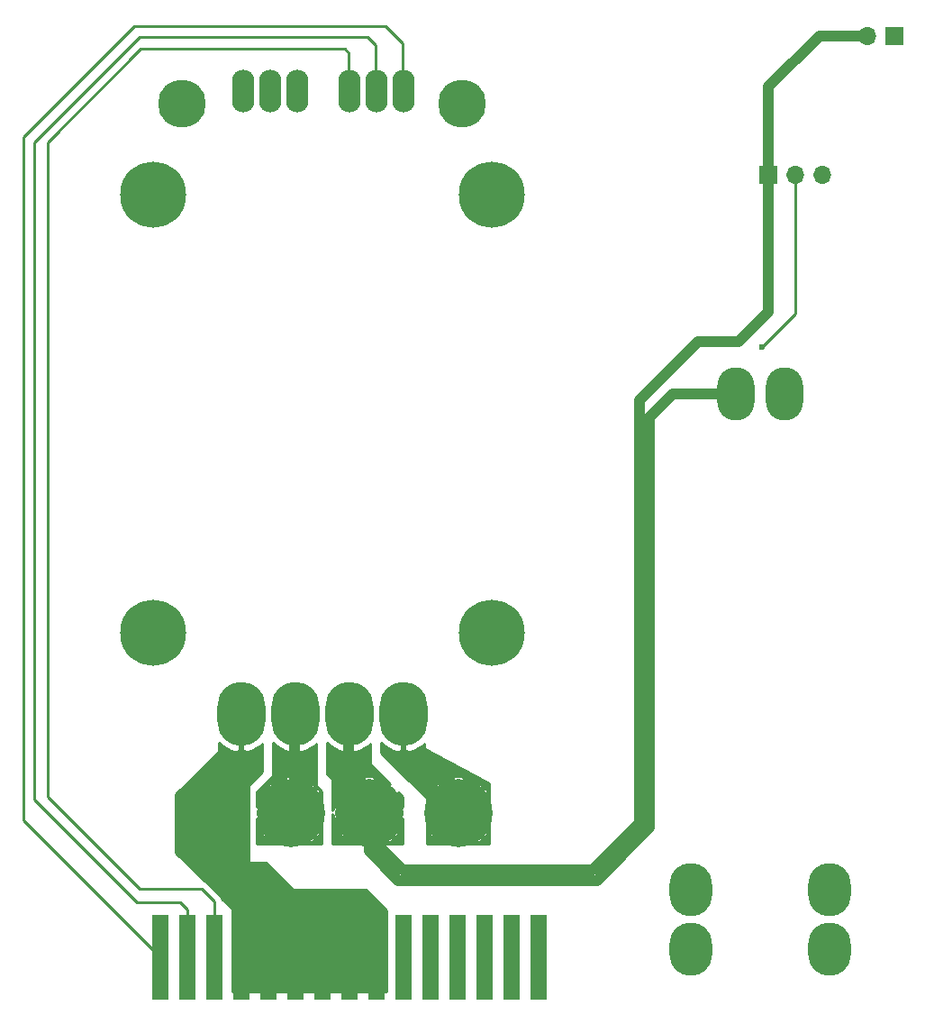
<source format=gbl>
G04 #@! TF.FileFunction,Copper,L2,Bot,Signal*
%FSLAX46Y46*%
G04 Gerber Fmt 4.6, Leading zero omitted, Abs format (unit mm)*
G04 Created by KiCad (PCBNEW 4.0.7) date 10/27/19 12:55:04*
%MOMM*%
%LPD*%
G01*
G04 APERTURE LIST*
%ADD10C,0.100000*%
%ADD11O,4.000000X5.000000*%
%ADD12O,3.500000X5.000000*%
%ADD13R,1.700000X1.700000*%
%ADD14O,1.700000X1.700000*%
%ADD15R,1.500000X8.000000*%
%ADD16C,6.400000*%
%ADD17C,0.800000*%
%ADD18O,2.100000X4.000000*%
%ADD19C,6.200000*%
%ADD20O,4.500000X6.000000*%
%ADD21C,4.500000*%
%ADD22C,0.600000*%
%ADD23C,0.250000*%
%ADD24C,1.000000*%
%ADD25C,0.254000*%
G04 APERTURE END LIST*
D10*
D11*
X217855800Y-110464600D03*
X204851000Y-110464600D03*
D12*
X213639400Y-58293000D03*
X209067400Y-58293000D03*
D11*
X204851000Y-104927400D03*
X217855800Y-104927400D03*
D13*
X212140800Y-37744400D03*
D14*
X214680800Y-37744400D03*
X217220800Y-37744400D03*
D15*
X188010800Y-111226600D03*
X190550800Y-111226600D03*
X185470800Y-111226600D03*
X182930800Y-111226600D03*
X177850800Y-111226600D03*
X180390800Y-111226600D03*
X170230800Y-111226600D03*
X172770800Y-111226600D03*
X175310800Y-111226600D03*
X167690800Y-111226600D03*
X165150800Y-111226600D03*
X154990800Y-111226600D03*
X157530800Y-111226600D03*
X160070800Y-111226600D03*
X162610800Y-111226600D03*
D13*
X223951800Y-24688800D03*
D14*
X221411800Y-24688800D03*
D16*
X183007000Y-97663000D03*
D17*
X185407000Y-97663000D03*
X184704056Y-99360056D03*
X183007000Y-100063000D03*
X181309944Y-99360056D03*
X180607000Y-97663000D03*
X181309944Y-95965944D03*
X183007000Y-95263000D03*
X184704056Y-95965944D03*
D16*
X167259000Y-97663000D03*
D17*
X169659000Y-97663000D03*
X168956056Y-99360056D03*
X167259000Y-100063000D03*
X165561944Y-99360056D03*
X164859000Y-97663000D03*
X165561944Y-95965944D03*
X167259000Y-95263000D03*
X168956056Y-95965944D03*
D16*
X174625000Y-97663000D03*
D17*
X177025000Y-97663000D03*
X176322056Y-99360056D03*
X174625000Y-100063000D03*
X172927944Y-99360056D03*
X172225000Y-97663000D03*
X172927944Y-95965944D03*
X174625000Y-95263000D03*
X176322056Y-95965944D03*
D18*
X167817800Y-29921200D03*
X165277800Y-29921200D03*
X162737800Y-29921200D03*
D19*
X154305000Y-80772000D03*
X186105800Y-80772000D03*
X186105800Y-39624000D03*
X154305000Y-39624000D03*
D20*
X162585400Y-88366600D03*
X167665400Y-88366600D03*
X172745400Y-88366600D03*
X177825400Y-88366600D03*
D21*
X183362600Y-31038800D03*
X156997400Y-31038800D03*
D18*
X172745400Y-29921200D03*
X175285400Y-29921200D03*
X177825400Y-29921200D03*
D22*
X211505800Y-53949600D03*
D23*
X214680800Y-50774600D02*
X214680800Y-37744400D01*
X211505800Y-53949600D02*
X214680800Y-50774600D01*
X175310800Y-111226600D02*
X172770800Y-111226600D01*
X170230800Y-111226600D02*
X172770800Y-111226600D01*
X167690800Y-111226600D02*
X170230800Y-111226600D01*
X165150800Y-111226600D02*
X167690800Y-111226600D01*
X162610800Y-111226600D02*
X165150800Y-111226600D01*
X162560000Y-88341200D02*
X162560000Y-111175800D01*
X162560000Y-111175800D02*
X162610800Y-111226600D01*
D24*
X221411800Y-24688800D02*
X216941400Y-24688800D01*
X212140800Y-29489400D02*
X212140800Y-37744400D01*
X216941400Y-24688800D02*
X212140800Y-29489400D01*
X174625000Y-97663000D02*
X174625000Y-101269800D01*
X200964800Y-60528200D02*
X201803000Y-59690000D01*
X200964800Y-99060000D02*
X200964800Y-60528200D01*
X196011800Y-104013000D02*
X200964800Y-99060000D01*
X177368200Y-104013000D02*
X196011800Y-104013000D01*
X174625000Y-101269800D02*
X177368200Y-104013000D01*
X209067400Y-58293000D02*
X203200000Y-58293000D01*
X203200000Y-58293000D02*
X201803000Y-59690000D01*
X201803000Y-59690000D02*
X200025000Y-61468000D01*
X174625000Y-97663000D02*
X174625000Y-99898200D01*
X174625000Y-99898200D02*
X177774600Y-103047800D01*
X212140800Y-50647600D02*
X212140800Y-37744400D01*
X209372200Y-53416200D02*
X212140800Y-50647600D01*
X205562200Y-53416200D02*
X209372200Y-53416200D01*
X200025000Y-58953400D02*
X205562200Y-53416200D01*
X200025000Y-98653600D02*
X200025000Y-61468000D01*
X200025000Y-61468000D02*
X200025000Y-58953400D01*
X195630800Y-103047800D02*
X200025000Y-98653600D01*
X177774600Y-103047800D02*
X195630800Y-103047800D01*
X172720000Y-88341200D02*
X172720000Y-95758000D01*
X172720000Y-95758000D02*
X174625000Y-97663000D01*
X174625000Y-97663000D02*
X174625000Y-99314000D01*
X167640000Y-88341200D02*
X167640000Y-97282000D01*
X167640000Y-97282000D02*
X167259000Y-97663000D01*
D23*
X142113000Y-85725000D02*
X142113000Y-98348800D01*
X142113000Y-98348800D02*
X154990800Y-111226600D01*
X177800000Y-29895800D02*
X177800000Y-25400000D01*
X142113000Y-34163000D02*
X142113000Y-85725000D01*
X152527000Y-23749000D02*
X142113000Y-34163000D01*
X176149000Y-23749000D02*
X152527000Y-23749000D01*
X177800000Y-25400000D02*
X176149000Y-23749000D01*
X143129000Y-84709000D02*
X143129000Y-96393000D01*
X157530800Y-106730800D02*
X157530800Y-111226600D01*
X156845000Y-106045000D02*
X157530800Y-106730800D01*
X152781000Y-106045000D02*
X156845000Y-106045000D01*
X143129000Y-96393000D02*
X152781000Y-106045000D01*
X175260000Y-29895800D02*
X175260000Y-25527000D01*
X143129000Y-34671000D02*
X143129000Y-84709000D01*
X153035000Y-24765000D02*
X143129000Y-34671000D01*
X174498000Y-24765000D02*
X153035000Y-24765000D01*
X175260000Y-25527000D02*
X174498000Y-24765000D01*
X144399000Y-83947000D02*
X144399000Y-96139000D01*
X160070800Y-105968800D02*
X160070800Y-111226600D01*
X158877000Y-104775000D02*
X160070800Y-105968800D01*
X153035000Y-104775000D02*
X158877000Y-104775000D01*
X144399000Y-96139000D02*
X153035000Y-104775000D01*
X172720000Y-29895800D02*
X172720000Y-26289000D01*
X144399000Y-34671000D02*
X144399000Y-83947000D01*
X153162000Y-25908000D02*
X144399000Y-34671000D01*
X172339000Y-25908000D02*
X153162000Y-25908000D01*
X172720000Y-26289000D02*
X172339000Y-25908000D01*
D25*
G36*
X177952400Y-88239600D02*
X177972400Y-88239600D01*
X177972400Y-88493600D01*
X177952400Y-88493600D01*
X177952400Y-91839890D01*
X178401712Y-91943451D01*
X178812110Y-91830593D01*
X179775601Y-91246405D01*
X179832000Y-91169544D01*
X179832000Y-91567000D01*
X179842006Y-91616410D01*
X179870447Y-91658035D01*
X179898512Y-91678670D01*
X185928000Y-94944643D01*
X185928000Y-96806912D01*
X185920023Y-96740820D01*
X185534471Y-96616751D01*
X185421409Y-96503689D01*
X185626236Y-96478967D01*
X185752365Y-96087013D01*
X185718898Y-95676626D01*
X185626236Y-95452921D01*
X185421406Y-95428199D01*
X184883661Y-95965944D01*
X184897804Y-95980087D01*
X184718199Y-96159692D01*
X184704056Y-96145549D01*
X184166311Y-96683294D01*
X184191033Y-96888124D01*
X184576585Y-97012193D01*
X184689647Y-97125255D01*
X184484820Y-97149977D01*
X184358691Y-97541931D01*
X184392158Y-97952318D01*
X184484820Y-98176023D01*
X184689647Y-98200745D01*
X184572762Y-98317630D01*
X184586351Y-98331219D01*
X184414738Y-98345214D01*
X184191033Y-98437876D01*
X184166311Y-98642706D01*
X184704056Y-99180451D01*
X184718199Y-99166309D01*
X184897804Y-99345914D01*
X184883661Y-99360056D01*
X185421406Y-99897801D01*
X185626236Y-99873079D01*
X185752365Y-99481125D01*
X185718898Y-99070738D01*
X185626236Y-98847033D01*
X185421409Y-98822311D01*
X185538294Y-98705426D01*
X185524705Y-98691837D01*
X185696318Y-98677842D01*
X185920023Y-98585180D01*
X185928000Y-98519088D01*
X185928000Y-100584000D01*
X183863088Y-100584000D01*
X183929180Y-100576023D01*
X184053249Y-100190471D01*
X184166311Y-100077409D01*
X184191033Y-100282236D01*
X184582987Y-100408365D01*
X184993374Y-100374898D01*
X185217079Y-100282236D01*
X185241801Y-100077406D01*
X184704056Y-99539661D01*
X184689914Y-99553804D01*
X184510309Y-99374199D01*
X184524451Y-99360056D01*
X183986706Y-98822311D01*
X183781876Y-98847033D01*
X183657807Y-99232585D01*
X183544745Y-99345647D01*
X183520023Y-99140820D01*
X183128069Y-99014691D01*
X182717682Y-99048158D01*
X182493977Y-99140820D01*
X182469255Y-99345647D01*
X182352370Y-99228762D01*
X182338781Y-99242351D01*
X182324786Y-99070738D01*
X182232124Y-98847033D01*
X182027294Y-98822311D01*
X181489549Y-99360056D01*
X181503692Y-99374199D01*
X181324087Y-99553804D01*
X181309944Y-99539661D01*
X180772199Y-100077406D01*
X180796921Y-100282236D01*
X181188875Y-100408365D01*
X181599262Y-100374898D01*
X181822967Y-100282236D01*
X181847689Y-100077409D01*
X181964574Y-100194294D01*
X181978163Y-100180705D01*
X181992158Y-100352318D01*
X182084820Y-100576023D01*
X182150912Y-100584000D01*
X180086000Y-100584000D01*
X180086000Y-98519088D01*
X180093977Y-98585180D01*
X180479529Y-98709249D01*
X180592591Y-98822311D01*
X180387764Y-98847033D01*
X180261635Y-99238987D01*
X180295102Y-99649374D01*
X180387764Y-99873079D01*
X180592594Y-99897801D01*
X181130339Y-99360056D01*
X181116197Y-99345914D01*
X181295802Y-99166309D01*
X181309944Y-99180451D01*
X181847689Y-98642706D01*
X181822967Y-98437876D01*
X181437415Y-98313807D01*
X181324353Y-98200745D01*
X181529180Y-98176023D01*
X181655309Y-97784069D01*
X181621842Y-97373682D01*
X181529180Y-97149977D01*
X181324353Y-97125255D01*
X181441238Y-97008370D01*
X181427649Y-96994781D01*
X181599262Y-96980786D01*
X181822967Y-96888124D01*
X181847689Y-96683294D01*
X181309944Y-96145549D01*
X181295802Y-96159692D01*
X181116197Y-95980087D01*
X181130339Y-95965944D01*
X180592594Y-95428199D01*
X180387764Y-95452921D01*
X180261635Y-95844875D01*
X180295102Y-96255262D01*
X180387764Y-96478967D01*
X180592591Y-96503689D01*
X180475706Y-96620574D01*
X180489295Y-96634163D01*
X180317682Y-96648158D01*
X180093977Y-96740820D01*
X180086000Y-96806912D01*
X180086000Y-96393000D01*
X180075994Y-96343590D01*
X180048803Y-96303197D01*
X178994200Y-95248594D01*
X180772199Y-95248594D01*
X181309944Y-95786339D01*
X181324087Y-95772197D01*
X181503692Y-95951802D01*
X181489549Y-95965944D01*
X182027294Y-96503689D01*
X182232124Y-96478967D01*
X182356193Y-96093415D01*
X182469255Y-95980353D01*
X182493977Y-96185180D01*
X182885931Y-96311309D01*
X183296318Y-96277842D01*
X183520023Y-96185180D01*
X183544745Y-95980353D01*
X183661630Y-96097238D01*
X183675219Y-96083649D01*
X183689214Y-96255262D01*
X183781876Y-96478967D01*
X183986706Y-96503689D01*
X184524451Y-95965944D01*
X184510309Y-95951802D01*
X184689914Y-95772197D01*
X184704056Y-95786339D01*
X185241801Y-95248594D01*
X185217079Y-95043764D01*
X184825125Y-94917635D01*
X184414738Y-94951102D01*
X184191033Y-95043764D01*
X184166311Y-95248591D01*
X184049426Y-95131706D01*
X184035837Y-95145295D01*
X184021842Y-94973682D01*
X183929180Y-94749977D01*
X183724350Y-94725255D01*
X183186605Y-95263000D01*
X183200748Y-95277143D01*
X183021143Y-95456748D01*
X183007000Y-95442605D01*
X182992858Y-95456748D01*
X182813253Y-95277143D01*
X182827395Y-95263000D01*
X182289650Y-94725255D01*
X182084820Y-94749977D01*
X181960751Y-95135529D01*
X181847689Y-95248591D01*
X181822967Y-95043764D01*
X181431013Y-94917635D01*
X181020626Y-94951102D01*
X180796921Y-95043764D01*
X180772199Y-95248594D01*
X178994200Y-95248594D01*
X178291256Y-94545650D01*
X182469255Y-94545650D01*
X183007000Y-95083395D01*
X183544745Y-94545650D01*
X183520023Y-94340820D01*
X183128069Y-94214691D01*
X182717682Y-94248158D01*
X182493977Y-94340820D01*
X182469255Y-94545650D01*
X178291256Y-94545650D01*
X175768000Y-92022394D01*
X175768000Y-91100314D01*
X175875199Y-91246405D01*
X176838690Y-91830593D01*
X177249088Y-91943451D01*
X177698400Y-91839890D01*
X177698400Y-88493600D01*
X177678400Y-88493600D01*
X177678400Y-88239600D01*
X177698400Y-88239600D01*
X177698400Y-88219600D01*
X177952400Y-88219600D01*
X177952400Y-88239600D01*
X177952400Y-88239600D01*
G37*
X177952400Y-88239600D02*
X177972400Y-88239600D01*
X177972400Y-88493600D01*
X177952400Y-88493600D01*
X177952400Y-91839890D01*
X178401712Y-91943451D01*
X178812110Y-91830593D01*
X179775601Y-91246405D01*
X179832000Y-91169544D01*
X179832000Y-91567000D01*
X179842006Y-91616410D01*
X179870447Y-91658035D01*
X179898512Y-91678670D01*
X185928000Y-94944643D01*
X185928000Y-96806912D01*
X185920023Y-96740820D01*
X185534471Y-96616751D01*
X185421409Y-96503689D01*
X185626236Y-96478967D01*
X185752365Y-96087013D01*
X185718898Y-95676626D01*
X185626236Y-95452921D01*
X185421406Y-95428199D01*
X184883661Y-95965944D01*
X184897804Y-95980087D01*
X184718199Y-96159692D01*
X184704056Y-96145549D01*
X184166311Y-96683294D01*
X184191033Y-96888124D01*
X184576585Y-97012193D01*
X184689647Y-97125255D01*
X184484820Y-97149977D01*
X184358691Y-97541931D01*
X184392158Y-97952318D01*
X184484820Y-98176023D01*
X184689647Y-98200745D01*
X184572762Y-98317630D01*
X184586351Y-98331219D01*
X184414738Y-98345214D01*
X184191033Y-98437876D01*
X184166311Y-98642706D01*
X184704056Y-99180451D01*
X184718199Y-99166309D01*
X184897804Y-99345914D01*
X184883661Y-99360056D01*
X185421406Y-99897801D01*
X185626236Y-99873079D01*
X185752365Y-99481125D01*
X185718898Y-99070738D01*
X185626236Y-98847033D01*
X185421409Y-98822311D01*
X185538294Y-98705426D01*
X185524705Y-98691837D01*
X185696318Y-98677842D01*
X185920023Y-98585180D01*
X185928000Y-98519088D01*
X185928000Y-100584000D01*
X183863088Y-100584000D01*
X183929180Y-100576023D01*
X184053249Y-100190471D01*
X184166311Y-100077409D01*
X184191033Y-100282236D01*
X184582987Y-100408365D01*
X184993374Y-100374898D01*
X185217079Y-100282236D01*
X185241801Y-100077406D01*
X184704056Y-99539661D01*
X184689914Y-99553804D01*
X184510309Y-99374199D01*
X184524451Y-99360056D01*
X183986706Y-98822311D01*
X183781876Y-98847033D01*
X183657807Y-99232585D01*
X183544745Y-99345647D01*
X183520023Y-99140820D01*
X183128069Y-99014691D01*
X182717682Y-99048158D01*
X182493977Y-99140820D01*
X182469255Y-99345647D01*
X182352370Y-99228762D01*
X182338781Y-99242351D01*
X182324786Y-99070738D01*
X182232124Y-98847033D01*
X182027294Y-98822311D01*
X181489549Y-99360056D01*
X181503692Y-99374199D01*
X181324087Y-99553804D01*
X181309944Y-99539661D01*
X180772199Y-100077406D01*
X180796921Y-100282236D01*
X181188875Y-100408365D01*
X181599262Y-100374898D01*
X181822967Y-100282236D01*
X181847689Y-100077409D01*
X181964574Y-100194294D01*
X181978163Y-100180705D01*
X181992158Y-100352318D01*
X182084820Y-100576023D01*
X182150912Y-100584000D01*
X180086000Y-100584000D01*
X180086000Y-98519088D01*
X180093977Y-98585180D01*
X180479529Y-98709249D01*
X180592591Y-98822311D01*
X180387764Y-98847033D01*
X180261635Y-99238987D01*
X180295102Y-99649374D01*
X180387764Y-99873079D01*
X180592594Y-99897801D01*
X181130339Y-99360056D01*
X181116197Y-99345914D01*
X181295802Y-99166309D01*
X181309944Y-99180451D01*
X181847689Y-98642706D01*
X181822967Y-98437876D01*
X181437415Y-98313807D01*
X181324353Y-98200745D01*
X181529180Y-98176023D01*
X181655309Y-97784069D01*
X181621842Y-97373682D01*
X181529180Y-97149977D01*
X181324353Y-97125255D01*
X181441238Y-97008370D01*
X181427649Y-96994781D01*
X181599262Y-96980786D01*
X181822967Y-96888124D01*
X181847689Y-96683294D01*
X181309944Y-96145549D01*
X181295802Y-96159692D01*
X181116197Y-95980087D01*
X181130339Y-95965944D01*
X180592594Y-95428199D01*
X180387764Y-95452921D01*
X180261635Y-95844875D01*
X180295102Y-96255262D01*
X180387764Y-96478967D01*
X180592591Y-96503689D01*
X180475706Y-96620574D01*
X180489295Y-96634163D01*
X180317682Y-96648158D01*
X180093977Y-96740820D01*
X180086000Y-96806912D01*
X180086000Y-96393000D01*
X180075994Y-96343590D01*
X180048803Y-96303197D01*
X178994200Y-95248594D01*
X180772199Y-95248594D01*
X181309944Y-95786339D01*
X181324087Y-95772197D01*
X181503692Y-95951802D01*
X181489549Y-95965944D01*
X182027294Y-96503689D01*
X182232124Y-96478967D01*
X182356193Y-96093415D01*
X182469255Y-95980353D01*
X182493977Y-96185180D01*
X182885931Y-96311309D01*
X183296318Y-96277842D01*
X183520023Y-96185180D01*
X183544745Y-95980353D01*
X183661630Y-96097238D01*
X183675219Y-96083649D01*
X183689214Y-96255262D01*
X183781876Y-96478967D01*
X183986706Y-96503689D01*
X184524451Y-95965944D01*
X184510309Y-95951802D01*
X184689914Y-95772197D01*
X184704056Y-95786339D01*
X185241801Y-95248594D01*
X185217079Y-95043764D01*
X184825125Y-94917635D01*
X184414738Y-94951102D01*
X184191033Y-95043764D01*
X184166311Y-95248591D01*
X184049426Y-95131706D01*
X184035837Y-95145295D01*
X184021842Y-94973682D01*
X183929180Y-94749977D01*
X183724350Y-94725255D01*
X183186605Y-95263000D01*
X183200748Y-95277143D01*
X183021143Y-95456748D01*
X183007000Y-95442605D01*
X182992858Y-95456748D01*
X182813253Y-95277143D01*
X182827395Y-95263000D01*
X182289650Y-94725255D01*
X182084820Y-94749977D01*
X181960751Y-95135529D01*
X181847689Y-95248591D01*
X181822967Y-95043764D01*
X181431013Y-94917635D01*
X181020626Y-94951102D01*
X180796921Y-95043764D01*
X180772199Y-95248594D01*
X178994200Y-95248594D01*
X178291256Y-94545650D01*
X182469255Y-94545650D01*
X183007000Y-95083395D01*
X183544745Y-94545650D01*
X183520023Y-94340820D01*
X183128069Y-94214691D01*
X182717682Y-94248158D01*
X182493977Y-94340820D01*
X182469255Y-94545650D01*
X178291256Y-94545650D01*
X175768000Y-92022394D01*
X175768000Y-91100314D01*
X175875199Y-91246405D01*
X176838690Y-91830593D01*
X177249088Y-91943451D01*
X177698400Y-91839890D01*
X177698400Y-88493600D01*
X177678400Y-88493600D01*
X177678400Y-88239600D01*
X177698400Y-88239600D01*
X177698400Y-88219600D01*
X177952400Y-88219600D01*
X177952400Y-88239600D01*
G36*
X183200748Y-100048858D02*
X183186605Y-100063000D01*
X183200748Y-100077143D01*
X183021143Y-100256748D01*
X183007000Y-100242605D01*
X182992858Y-100256748D01*
X182813253Y-100077143D01*
X182827395Y-100063000D01*
X182813253Y-100048858D01*
X182992858Y-99869253D01*
X183007000Y-99883395D01*
X183021143Y-99869253D01*
X183200748Y-100048858D01*
X183200748Y-100048858D01*
G37*
X183200748Y-100048858D02*
X183186605Y-100063000D01*
X183200748Y-100077143D01*
X183021143Y-100256748D01*
X183007000Y-100242605D01*
X182992858Y-100256748D01*
X182813253Y-100077143D01*
X182827395Y-100063000D01*
X182813253Y-100048858D01*
X182992858Y-99869253D01*
X183007000Y-99883395D01*
X183021143Y-99869253D01*
X183200748Y-100048858D01*
G36*
X185600748Y-97648858D02*
X185586605Y-97663000D01*
X185600748Y-97677143D01*
X185421143Y-97856748D01*
X185407000Y-97842605D01*
X185392858Y-97856748D01*
X185213253Y-97677143D01*
X185227395Y-97663000D01*
X185213253Y-97648858D01*
X185392858Y-97469253D01*
X185407000Y-97483395D01*
X185421143Y-97469253D01*
X185600748Y-97648858D01*
X185600748Y-97648858D01*
G37*
X185600748Y-97648858D02*
X185586605Y-97663000D01*
X185600748Y-97677143D01*
X185421143Y-97856748D01*
X185407000Y-97842605D01*
X185392858Y-97856748D01*
X185213253Y-97677143D01*
X185227395Y-97663000D01*
X185213253Y-97648858D01*
X185392858Y-97469253D01*
X185407000Y-97483395D01*
X185421143Y-97469253D01*
X185600748Y-97648858D01*
G36*
X180800748Y-97648858D02*
X180786605Y-97663000D01*
X180800748Y-97677143D01*
X180621143Y-97856748D01*
X180607000Y-97842605D01*
X180592858Y-97856748D01*
X180413253Y-97677143D01*
X180427395Y-97663000D01*
X180413253Y-97648858D01*
X180592858Y-97469253D01*
X180607000Y-97483395D01*
X180621143Y-97469253D01*
X180800748Y-97648858D01*
X180800748Y-97648858D01*
G37*
X180800748Y-97648858D02*
X180786605Y-97663000D01*
X180800748Y-97677143D01*
X180621143Y-97856748D01*
X180607000Y-97842605D01*
X180592858Y-97856748D01*
X180413253Y-97677143D01*
X180427395Y-97663000D01*
X180413253Y-97648858D01*
X180592858Y-97469253D01*
X180607000Y-97483395D01*
X180621143Y-97469253D01*
X180800748Y-97648858D01*
G36*
X172872400Y-88239600D02*
X172892400Y-88239600D01*
X172892400Y-88493600D01*
X172872400Y-88493600D01*
X172872400Y-91839890D01*
X173321712Y-91943451D01*
X173732110Y-91830593D01*
X174695601Y-91246405D01*
X174752000Y-91169544D01*
X174752000Y-93091000D01*
X174762006Y-93140410D01*
X174789197Y-93180803D01*
X176565365Y-94956971D01*
X176443125Y-94917635D01*
X176032738Y-94951102D01*
X175809033Y-95043764D01*
X175784311Y-95248591D01*
X175667426Y-95131706D01*
X175653837Y-95145295D01*
X175639842Y-94973682D01*
X175547180Y-94749977D01*
X175342350Y-94725255D01*
X174804605Y-95263000D01*
X174818748Y-95277143D01*
X174639143Y-95456748D01*
X174625000Y-95442605D01*
X174610858Y-95456748D01*
X174431253Y-95277143D01*
X174445395Y-95263000D01*
X173907650Y-94725255D01*
X173702820Y-94749977D01*
X173578751Y-95135529D01*
X173465689Y-95248591D01*
X173440967Y-95043764D01*
X173049013Y-94917635D01*
X172638626Y-94951102D01*
X172414921Y-95043764D01*
X172390199Y-95248594D01*
X172927944Y-95786339D01*
X172942087Y-95772197D01*
X173121692Y-95951802D01*
X173107549Y-95965944D01*
X173645294Y-96503689D01*
X173850124Y-96478967D01*
X173974193Y-96093415D01*
X174087255Y-95980353D01*
X174111977Y-96185180D01*
X174503931Y-96311309D01*
X174914318Y-96277842D01*
X175138023Y-96185180D01*
X175162745Y-95980353D01*
X175279630Y-96097238D01*
X175293219Y-96083649D01*
X175307214Y-96255262D01*
X175399876Y-96478967D01*
X175604706Y-96503689D01*
X176142451Y-95965944D01*
X176128309Y-95951802D01*
X176307914Y-95772197D01*
X176322056Y-95786339D01*
X176336199Y-95772197D01*
X176515804Y-95951802D01*
X176501661Y-95965944D01*
X176515804Y-95980087D01*
X176336199Y-96159692D01*
X176322056Y-96145549D01*
X175784311Y-96683294D01*
X175809033Y-96888124D01*
X176194585Y-97012193D01*
X176307647Y-97125255D01*
X176102820Y-97149977D01*
X175976691Y-97541931D01*
X176010158Y-97952318D01*
X176102820Y-98176023D01*
X176307647Y-98200745D01*
X176190762Y-98317630D01*
X176204351Y-98331219D01*
X176032738Y-98345214D01*
X175809033Y-98437876D01*
X175784311Y-98642706D01*
X176322056Y-99180451D01*
X176336199Y-99166309D01*
X176515804Y-99345914D01*
X176501661Y-99360056D01*
X177039406Y-99897801D01*
X177244236Y-99873079D01*
X177370365Y-99481125D01*
X177336898Y-99070738D01*
X177244236Y-98847033D01*
X177039409Y-98822311D01*
X177156294Y-98705426D01*
X177142705Y-98691837D01*
X177314318Y-98677842D01*
X177538023Y-98585180D01*
X177562745Y-98380350D01*
X177025000Y-97842605D01*
X177010858Y-97856748D01*
X176831253Y-97677143D01*
X176845395Y-97663000D01*
X176831253Y-97648858D01*
X177010858Y-97469253D01*
X177025000Y-97483395D01*
X177562745Y-96945650D01*
X177538023Y-96740820D01*
X177152471Y-96616751D01*
X177039409Y-96503689D01*
X177244236Y-96478967D01*
X177370365Y-96087013D01*
X177341504Y-95733110D01*
X177800000Y-96191606D01*
X177800000Y-97132213D01*
X177742350Y-97125255D01*
X177204605Y-97663000D01*
X177742350Y-98200745D01*
X177800000Y-98193787D01*
X177800000Y-100584000D01*
X175481088Y-100584000D01*
X175547180Y-100576023D01*
X175671249Y-100190471D01*
X175784311Y-100077409D01*
X175809033Y-100282236D01*
X176200987Y-100408365D01*
X176611374Y-100374898D01*
X176835079Y-100282236D01*
X176859801Y-100077406D01*
X176322056Y-99539661D01*
X176307914Y-99553804D01*
X176128309Y-99374199D01*
X176142451Y-99360056D01*
X175604706Y-98822311D01*
X175399876Y-98847033D01*
X175275807Y-99232585D01*
X175162745Y-99345647D01*
X175138023Y-99140820D01*
X174746069Y-99014691D01*
X174335682Y-99048158D01*
X174111977Y-99140820D01*
X174087255Y-99345647D01*
X173970370Y-99228762D01*
X173956781Y-99242351D01*
X173942786Y-99070738D01*
X173850124Y-98847033D01*
X173645294Y-98822311D01*
X173107549Y-99360056D01*
X173121692Y-99374199D01*
X172942087Y-99553804D01*
X172927944Y-99539661D01*
X172390199Y-100077406D01*
X172414921Y-100282236D01*
X172806875Y-100408365D01*
X173217262Y-100374898D01*
X173440967Y-100282236D01*
X173465689Y-100077409D01*
X173582574Y-100194294D01*
X173596163Y-100180705D01*
X173610158Y-100352318D01*
X173702820Y-100576023D01*
X173768912Y-100584000D01*
X171196000Y-100584000D01*
X171196000Y-97778706D01*
X171210158Y-97952318D01*
X171302820Y-98176023D01*
X171507650Y-98200745D01*
X172045395Y-97663000D01*
X171507650Y-97125255D01*
X171302820Y-97149977D01*
X171196000Y-97481927D01*
X171196000Y-96945650D01*
X171687255Y-96945650D01*
X172225000Y-97483395D01*
X172239143Y-97469253D01*
X172418748Y-97648858D01*
X172404605Y-97663000D01*
X172418748Y-97677143D01*
X172239143Y-97856748D01*
X172225000Y-97842605D01*
X171687255Y-98380350D01*
X171711977Y-98585180D01*
X172097529Y-98709249D01*
X172210591Y-98822311D01*
X172005764Y-98847033D01*
X171879635Y-99238987D01*
X171913102Y-99649374D01*
X172005764Y-99873079D01*
X172210594Y-99897801D01*
X172748339Y-99360056D01*
X172734197Y-99345914D01*
X172913802Y-99166309D01*
X172927944Y-99180451D01*
X173465689Y-98642706D01*
X173440967Y-98437876D01*
X173055415Y-98313807D01*
X172942353Y-98200745D01*
X173147180Y-98176023D01*
X173273309Y-97784069D01*
X173239842Y-97373682D01*
X173147180Y-97149977D01*
X172942353Y-97125255D01*
X173059238Y-97008370D01*
X173045649Y-96994781D01*
X173217262Y-96980786D01*
X173440967Y-96888124D01*
X173465689Y-96683294D01*
X172927944Y-96145549D01*
X172913802Y-96159692D01*
X172734197Y-95980087D01*
X172748339Y-95965944D01*
X172210594Y-95428199D01*
X172005764Y-95452921D01*
X171879635Y-95844875D01*
X171913102Y-96255262D01*
X172005764Y-96478967D01*
X172210591Y-96503689D01*
X172093706Y-96620574D01*
X172107295Y-96634163D01*
X171935682Y-96648158D01*
X171711977Y-96740820D01*
X171687255Y-96945650D01*
X171196000Y-96945650D01*
X171196000Y-94615000D01*
X171185994Y-94565590D01*
X171172572Y-94545650D01*
X174087255Y-94545650D01*
X174625000Y-95083395D01*
X175162745Y-94545650D01*
X175138023Y-94340820D01*
X174746069Y-94214691D01*
X174335682Y-94248158D01*
X174111977Y-94340820D01*
X174087255Y-94545650D01*
X171172572Y-94545650D01*
X171158803Y-94525197D01*
X170688000Y-94054394D01*
X170688000Y-91100314D01*
X170795199Y-91246405D01*
X171758690Y-91830593D01*
X172169088Y-91943451D01*
X172618400Y-91839890D01*
X172618400Y-88493600D01*
X172598400Y-88493600D01*
X172598400Y-88239600D01*
X172618400Y-88239600D01*
X172618400Y-88219600D01*
X172872400Y-88219600D01*
X172872400Y-88239600D01*
X172872400Y-88239600D01*
G37*
X172872400Y-88239600D02*
X172892400Y-88239600D01*
X172892400Y-88493600D01*
X172872400Y-88493600D01*
X172872400Y-91839890D01*
X173321712Y-91943451D01*
X173732110Y-91830593D01*
X174695601Y-91246405D01*
X174752000Y-91169544D01*
X174752000Y-93091000D01*
X174762006Y-93140410D01*
X174789197Y-93180803D01*
X176565365Y-94956971D01*
X176443125Y-94917635D01*
X176032738Y-94951102D01*
X175809033Y-95043764D01*
X175784311Y-95248591D01*
X175667426Y-95131706D01*
X175653837Y-95145295D01*
X175639842Y-94973682D01*
X175547180Y-94749977D01*
X175342350Y-94725255D01*
X174804605Y-95263000D01*
X174818748Y-95277143D01*
X174639143Y-95456748D01*
X174625000Y-95442605D01*
X174610858Y-95456748D01*
X174431253Y-95277143D01*
X174445395Y-95263000D01*
X173907650Y-94725255D01*
X173702820Y-94749977D01*
X173578751Y-95135529D01*
X173465689Y-95248591D01*
X173440967Y-95043764D01*
X173049013Y-94917635D01*
X172638626Y-94951102D01*
X172414921Y-95043764D01*
X172390199Y-95248594D01*
X172927944Y-95786339D01*
X172942087Y-95772197D01*
X173121692Y-95951802D01*
X173107549Y-95965944D01*
X173645294Y-96503689D01*
X173850124Y-96478967D01*
X173974193Y-96093415D01*
X174087255Y-95980353D01*
X174111977Y-96185180D01*
X174503931Y-96311309D01*
X174914318Y-96277842D01*
X175138023Y-96185180D01*
X175162745Y-95980353D01*
X175279630Y-96097238D01*
X175293219Y-96083649D01*
X175307214Y-96255262D01*
X175399876Y-96478967D01*
X175604706Y-96503689D01*
X176142451Y-95965944D01*
X176128309Y-95951802D01*
X176307914Y-95772197D01*
X176322056Y-95786339D01*
X176336199Y-95772197D01*
X176515804Y-95951802D01*
X176501661Y-95965944D01*
X176515804Y-95980087D01*
X176336199Y-96159692D01*
X176322056Y-96145549D01*
X175784311Y-96683294D01*
X175809033Y-96888124D01*
X176194585Y-97012193D01*
X176307647Y-97125255D01*
X176102820Y-97149977D01*
X175976691Y-97541931D01*
X176010158Y-97952318D01*
X176102820Y-98176023D01*
X176307647Y-98200745D01*
X176190762Y-98317630D01*
X176204351Y-98331219D01*
X176032738Y-98345214D01*
X175809033Y-98437876D01*
X175784311Y-98642706D01*
X176322056Y-99180451D01*
X176336199Y-99166309D01*
X176515804Y-99345914D01*
X176501661Y-99360056D01*
X177039406Y-99897801D01*
X177244236Y-99873079D01*
X177370365Y-99481125D01*
X177336898Y-99070738D01*
X177244236Y-98847033D01*
X177039409Y-98822311D01*
X177156294Y-98705426D01*
X177142705Y-98691837D01*
X177314318Y-98677842D01*
X177538023Y-98585180D01*
X177562745Y-98380350D01*
X177025000Y-97842605D01*
X177010858Y-97856748D01*
X176831253Y-97677143D01*
X176845395Y-97663000D01*
X176831253Y-97648858D01*
X177010858Y-97469253D01*
X177025000Y-97483395D01*
X177562745Y-96945650D01*
X177538023Y-96740820D01*
X177152471Y-96616751D01*
X177039409Y-96503689D01*
X177244236Y-96478967D01*
X177370365Y-96087013D01*
X177341504Y-95733110D01*
X177800000Y-96191606D01*
X177800000Y-97132213D01*
X177742350Y-97125255D01*
X177204605Y-97663000D01*
X177742350Y-98200745D01*
X177800000Y-98193787D01*
X177800000Y-100584000D01*
X175481088Y-100584000D01*
X175547180Y-100576023D01*
X175671249Y-100190471D01*
X175784311Y-100077409D01*
X175809033Y-100282236D01*
X176200987Y-100408365D01*
X176611374Y-100374898D01*
X176835079Y-100282236D01*
X176859801Y-100077406D01*
X176322056Y-99539661D01*
X176307914Y-99553804D01*
X176128309Y-99374199D01*
X176142451Y-99360056D01*
X175604706Y-98822311D01*
X175399876Y-98847033D01*
X175275807Y-99232585D01*
X175162745Y-99345647D01*
X175138023Y-99140820D01*
X174746069Y-99014691D01*
X174335682Y-99048158D01*
X174111977Y-99140820D01*
X174087255Y-99345647D01*
X173970370Y-99228762D01*
X173956781Y-99242351D01*
X173942786Y-99070738D01*
X173850124Y-98847033D01*
X173645294Y-98822311D01*
X173107549Y-99360056D01*
X173121692Y-99374199D01*
X172942087Y-99553804D01*
X172927944Y-99539661D01*
X172390199Y-100077406D01*
X172414921Y-100282236D01*
X172806875Y-100408365D01*
X173217262Y-100374898D01*
X173440967Y-100282236D01*
X173465689Y-100077409D01*
X173582574Y-100194294D01*
X173596163Y-100180705D01*
X173610158Y-100352318D01*
X173702820Y-100576023D01*
X173768912Y-100584000D01*
X171196000Y-100584000D01*
X171196000Y-97778706D01*
X171210158Y-97952318D01*
X171302820Y-98176023D01*
X171507650Y-98200745D01*
X172045395Y-97663000D01*
X171507650Y-97125255D01*
X171302820Y-97149977D01*
X171196000Y-97481927D01*
X171196000Y-96945650D01*
X171687255Y-96945650D01*
X172225000Y-97483395D01*
X172239143Y-97469253D01*
X172418748Y-97648858D01*
X172404605Y-97663000D01*
X172418748Y-97677143D01*
X172239143Y-97856748D01*
X172225000Y-97842605D01*
X171687255Y-98380350D01*
X171711977Y-98585180D01*
X172097529Y-98709249D01*
X172210591Y-98822311D01*
X172005764Y-98847033D01*
X171879635Y-99238987D01*
X171913102Y-99649374D01*
X172005764Y-99873079D01*
X172210594Y-99897801D01*
X172748339Y-99360056D01*
X172734197Y-99345914D01*
X172913802Y-99166309D01*
X172927944Y-99180451D01*
X173465689Y-98642706D01*
X173440967Y-98437876D01*
X173055415Y-98313807D01*
X172942353Y-98200745D01*
X173147180Y-98176023D01*
X173273309Y-97784069D01*
X173239842Y-97373682D01*
X173147180Y-97149977D01*
X172942353Y-97125255D01*
X173059238Y-97008370D01*
X173045649Y-96994781D01*
X173217262Y-96980786D01*
X173440967Y-96888124D01*
X173465689Y-96683294D01*
X172927944Y-96145549D01*
X172913802Y-96159692D01*
X172734197Y-95980087D01*
X172748339Y-95965944D01*
X172210594Y-95428199D01*
X172005764Y-95452921D01*
X171879635Y-95844875D01*
X171913102Y-96255262D01*
X172005764Y-96478967D01*
X172210591Y-96503689D01*
X172093706Y-96620574D01*
X172107295Y-96634163D01*
X171935682Y-96648158D01*
X171711977Y-96740820D01*
X171687255Y-96945650D01*
X171196000Y-96945650D01*
X171196000Y-94615000D01*
X171185994Y-94565590D01*
X171172572Y-94545650D01*
X174087255Y-94545650D01*
X174625000Y-95083395D01*
X175162745Y-94545650D01*
X175138023Y-94340820D01*
X174746069Y-94214691D01*
X174335682Y-94248158D01*
X174111977Y-94340820D01*
X174087255Y-94545650D01*
X171172572Y-94545650D01*
X171158803Y-94525197D01*
X170688000Y-94054394D01*
X170688000Y-91100314D01*
X170795199Y-91246405D01*
X171758690Y-91830593D01*
X172169088Y-91943451D01*
X172618400Y-91839890D01*
X172618400Y-88493600D01*
X172598400Y-88493600D01*
X172598400Y-88239600D01*
X172618400Y-88239600D01*
X172618400Y-88219600D01*
X172872400Y-88219600D01*
X172872400Y-88239600D01*
G36*
X174818748Y-100048858D02*
X174804605Y-100063000D01*
X174818748Y-100077143D01*
X174639143Y-100256748D01*
X174625000Y-100242605D01*
X174610858Y-100256748D01*
X174431253Y-100077143D01*
X174445395Y-100063000D01*
X174431253Y-100048858D01*
X174610858Y-99869253D01*
X174625000Y-99883395D01*
X174639143Y-99869253D01*
X174818748Y-100048858D01*
X174818748Y-100048858D01*
G37*
X174818748Y-100048858D02*
X174804605Y-100063000D01*
X174818748Y-100077143D01*
X174639143Y-100256748D01*
X174625000Y-100242605D01*
X174610858Y-100256748D01*
X174431253Y-100077143D01*
X174445395Y-100063000D01*
X174431253Y-100048858D01*
X174610858Y-99869253D01*
X174625000Y-99883395D01*
X174639143Y-99869253D01*
X174818748Y-100048858D01*
G36*
X167792400Y-88239600D02*
X167812400Y-88239600D01*
X167812400Y-88493600D01*
X167792400Y-88493600D01*
X167792400Y-91839890D01*
X168241712Y-91943451D01*
X168652110Y-91830593D01*
X169615601Y-91246405D01*
X169672000Y-91169544D01*
X169672000Y-95123000D01*
X169682006Y-95172410D01*
X169709197Y-95212803D01*
X170180000Y-95683606D01*
X170180000Y-96806912D01*
X170172023Y-96740820D01*
X169786471Y-96616751D01*
X169673409Y-96503689D01*
X169878236Y-96478967D01*
X170004365Y-96087013D01*
X169970898Y-95676626D01*
X169878236Y-95452921D01*
X169673406Y-95428199D01*
X169135661Y-95965944D01*
X169149804Y-95980087D01*
X168970199Y-96159692D01*
X168956056Y-96145549D01*
X168418311Y-96683294D01*
X168443033Y-96888124D01*
X168828585Y-97012193D01*
X168941647Y-97125255D01*
X168736820Y-97149977D01*
X168610691Y-97541931D01*
X168644158Y-97952318D01*
X168736820Y-98176023D01*
X168941647Y-98200745D01*
X168824762Y-98317630D01*
X168838351Y-98331219D01*
X168666738Y-98345214D01*
X168443033Y-98437876D01*
X168418311Y-98642706D01*
X168956056Y-99180451D01*
X168970199Y-99166309D01*
X169149804Y-99345914D01*
X169135661Y-99360056D01*
X169673406Y-99897801D01*
X169878236Y-99873079D01*
X170004365Y-99481125D01*
X169970898Y-99070738D01*
X169878236Y-98847033D01*
X169673409Y-98822311D01*
X169790294Y-98705426D01*
X169776705Y-98691837D01*
X169948318Y-98677842D01*
X170172023Y-98585180D01*
X170180000Y-98519088D01*
X170180000Y-100584000D01*
X168115088Y-100584000D01*
X168181180Y-100576023D01*
X168305249Y-100190471D01*
X168418311Y-100077409D01*
X168443033Y-100282236D01*
X168834987Y-100408365D01*
X169245374Y-100374898D01*
X169469079Y-100282236D01*
X169493801Y-100077406D01*
X168956056Y-99539661D01*
X168941914Y-99553804D01*
X168762309Y-99374199D01*
X168776451Y-99360056D01*
X168238706Y-98822311D01*
X168033876Y-98847033D01*
X167909807Y-99232585D01*
X167796745Y-99345647D01*
X167772023Y-99140820D01*
X167380069Y-99014691D01*
X166969682Y-99048158D01*
X166745977Y-99140820D01*
X166721255Y-99345647D01*
X166604370Y-99228762D01*
X166590781Y-99242351D01*
X166576786Y-99070738D01*
X166484124Y-98847033D01*
X166279294Y-98822311D01*
X165741549Y-99360056D01*
X165755692Y-99374199D01*
X165576087Y-99553804D01*
X165561944Y-99539661D01*
X165024199Y-100077406D01*
X165048921Y-100282236D01*
X165440875Y-100408365D01*
X165851262Y-100374898D01*
X166074967Y-100282236D01*
X166099689Y-100077409D01*
X166216574Y-100194294D01*
X166230163Y-100180705D01*
X166244158Y-100352318D01*
X166336820Y-100576023D01*
X166402912Y-100584000D01*
X164084000Y-100584000D01*
X164084000Y-98193787D01*
X164141650Y-98200745D01*
X164679395Y-97663000D01*
X164141650Y-97125255D01*
X164084000Y-97132213D01*
X164084000Y-96945650D01*
X164321255Y-96945650D01*
X164859000Y-97483395D01*
X164873143Y-97469253D01*
X165052748Y-97648858D01*
X165038605Y-97663000D01*
X165052748Y-97677143D01*
X164873143Y-97856748D01*
X164859000Y-97842605D01*
X164321255Y-98380350D01*
X164345977Y-98585180D01*
X164731529Y-98709249D01*
X164844591Y-98822311D01*
X164639764Y-98847033D01*
X164513635Y-99238987D01*
X164547102Y-99649374D01*
X164639764Y-99873079D01*
X164844594Y-99897801D01*
X165382339Y-99360056D01*
X165368197Y-99345914D01*
X165547802Y-99166309D01*
X165561944Y-99180451D01*
X166099689Y-98642706D01*
X166074967Y-98437876D01*
X165689415Y-98313807D01*
X165576353Y-98200745D01*
X165781180Y-98176023D01*
X165907309Y-97784069D01*
X165873842Y-97373682D01*
X165781180Y-97149977D01*
X165576353Y-97125255D01*
X165693238Y-97008370D01*
X165679649Y-96994781D01*
X165851262Y-96980786D01*
X166074967Y-96888124D01*
X166099689Y-96683294D01*
X165561944Y-96145549D01*
X165547802Y-96159692D01*
X165368197Y-95980087D01*
X165382339Y-95965944D01*
X164844594Y-95428199D01*
X164639764Y-95452921D01*
X164513635Y-95844875D01*
X164547102Y-96255262D01*
X164639764Y-96478967D01*
X164844591Y-96503689D01*
X164727706Y-96620574D01*
X164741295Y-96634163D01*
X164569682Y-96648158D01*
X164345977Y-96740820D01*
X164321255Y-96945650D01*
X164084000Y-96945650D01*
X164084000Y-95683606D01*
X164519012Y-95248594D01*
X165024199Y-95248594D01*
X165561944Y-95786339D01*
X165576087Y-95772197D01*
X165755692Y-95951802D01*
X165741549Y-95965944D01*
X166279294Y-96503689D01*
X166484124Y-96478967D01*
X166608193Y-96093415D01*
X166721255Y-95980353D01*
X166745977Y-96185180D01*
X167137931Y-96311309D01*
X167548318Y-96277842D01*
X167772023Y-96185180D01*
X167796745Y-95980353D01*
X167913630Y-96097238D01*
X167927219Y-96083649D01*
X167941214Y-96255262D01*
X168033876Y-96478967D01*
X168238706Y-96503689D01*
X168776451Y-95965944D01*
X168762309Y-95951802D01*
X168941914Y-95772197D01*
X168956056Y-95786339D01*
X169493801Y-95248594D01*
X169469079Y-95043764D01*
X169077125Y-94917635D01*
X168666738Y-94951102D01*
X168443033Y-95043764D01*
X168418311Y-95248591D01*
X168301426Y-95131706D01*
X168287837Y-95145295D01*
X168273842Y-94973682D01*
X168181180Y-94749977D01*
X167976350Y-94725255D01*
X167438605Y-95263000D01*
X167452748Y-95277143D01*
X167273143Y-95456748D01*
X167259000Y-95442605D01*
X167244858Y-95456748D01*
X167065253Y-95277143D01*
X167079395Y-95263000D01*
X166541650Y-94725255D01*
X166336820Y-94749977D01*
X166212751Y-95135529D01*
X166099689Y-95248591D01*
X166074967Y-95043764D01*
X165683013Y-94917635D01*
X165272626Y-94951102D01*
X165048921Y-95043764D01*
X165024199Y-95248594D01*
X164519012Y-95248594D01*
X165221956Y-94545650D01*
X166721255Y-94545650D01*
X167259000Y-95083395D01*
X167796745Y-94545650D01*
X167772023Y-94340820D01*
X167380069Y-94214691D01*
X166969682Y-94248158D01*
X166745977Y-94340820D01*
X166721255Y-94545650D01*
X165221956Y-94545650D01*
X165570803Y-94196803D01*
X165598666Y-94154789D01*
X165608000Y-94107000D01*
X165608000Y-91100314D01*
X165715199Y-91246405D01*
X166678690Y-91830593D01*
X167089088Y-91943451D01*
X167538400Y-91839890D01*
X167538400Y-88493600D01*
X167518400Y-88493600D01*
X167518400Y-88239600D01*
X167538400Y-88239600D01*
X167538400Y-88219600D01*
X167792400Y-88219600D01*
X167792400Y-88239600D01*
X167792400Y-88239600D01*
G37*
X167792400Y-88239600D02*
X167812400Y-88239600D01*
X167812400Y-88493600D01*
X167792400Y-88493600D01*
X167792400Y-91839890D01*
X168241712Y-91943451D01*
X168652110Y-91830593D01*
X169615601Y-91246405D01*
X169672000Y-91169544D01*
X169672000Y-95123000D01*
X169682006Y-95172410D01*
X169709197Y-95212803D01*
X170180000Y-95683606D01*
X170180000Y-96806912D01*
X170172023Y-96740820D01*
X169786471Y-96616751D01*
X169673409Y-96503689D01*
X169878236Y-96478967D01*
X170004365Y-96087013D01*
X169970898Y-95676626D01*
X169878236Y-95452921D01*
X169673406Y-95428199D01*
X169135661Y-95965944D01*
X169149804Y-95980087D01*
X168970199Y-96159692D01*
X168956056Y-96145549D01*
X168418311Y-96683294D01*
X168443033Y-96888124D01*
X168828585Y-97012193D01*
X168941647Y-97125255D01*
X168736820Y-97149977D01*
X168610691Y-97541931D01*
X168644158Y-97952318D01*
X168736820Y-98176023D01*
X168941647Y-98200745D01*
X168824762Y-98317630D01*
X168838351Y-98331219D01*
X168666738Y-98345214D01*
X168443033Y-98437876D01*
X168418311Y-98642706D01*
X168956056Y-99180451D01*
X168970199Y-99166309D01*
X169149804Y-99345914D01*
X169135661Y-99360056D01*
X169673406Y-99897801D01*
X169878236Y-99873079D01*
X170004365Y-99481125D01*
X169970898Y-99070738D01*
X169878236Y-98847033D01*
X169673409Y-98822311D01*
X169790294Y-98705426D01*
X169776705Y-98691837D01*
X169948318Y-98677842D01*
X170172023Y-98585180D01*
X170180000Y-98519088D01*
X170180000Y-100584000D01*
X168115088Y-100584000D01*
X168181180Y-100576023D01*
X168305249Y-100190471D01*
X168418311Y-100077409D01*
X168443033Y-100282236D01*
X168834987Y-100408365D01*
X169245374Y-100374898D01*
X169469079Y-100282236D01*
X169493801Y-100077406D01*
X168956056Y-99539661D01*
X168941914Y-99553804D01*
X168762309Y-99374199D01*
X168776451Y-99360056D01*
X168238706Y-98822311D01*
X168033876Y-98847033D01*
X167909807Y-99232585D01*
X167796745Y-99345647D01*
X167772023Y-99140820D01*
X167380069Y-99014691D01*
X166969682Y-99048158D01*
X166745977Y-99140820D01*
X166721255Y-99345647D01*
X166604370Y-99228762D01*
X166590781Y-99242351D01*
X166576786Y-99070738D01*
X166484124Y-98847033D01*
X166279294Y-98822311D01*
X165741549Y-99360056D01*
X165755692Y-99374199D01*
X165576087Y-99553804D01*
X165561944Y-99539661D01*
X165024199Y-100077406D01*
X165048921Y-100282236D01*
X165440875Y-100408365D01*
X165851262Y-100374898D01*
X166074967Y-100282236D01*
X166099689Y-100077409D01*
X166216574Y-100194294D01*
X166230163Y-100180705D01*
X166244158Y-100352318D01*
X166336820Y-100576023D01*
X166402912Y-100584000D01*
X164084000Y-100584000D01*
X164084000Y-98193787D01*
X164141650Y-98200745D01*
X164679395Y-97663000D01*
X164141650Y-97125255D01*
X164084000Y-97132213D01*
X164084000Y-96945650D01*
X164321255Y-96945650D01*
X164859000Y-97483395D01*
X164873143Y-97469253D01*
X165052748Y-97648858D01*
X165038605Y-97663000D01*
X165052748Y-97677143D01*
X164873143Y-97856748D01*
X164859000Y-97842605D01*
X164321255Y-98380350D01*
X164345977Y-98585180D01*
X164731529Y-98709249D01*
X164844591Y-98822311D01*
X164639764Y-98847033D01*
X164513635Y-99238987D01*
X164547102Y-99649374D01*
X164639764Y-99873079D01*
X164844594Y-99897801D01*
X165382339Y-99360056D01*
X165368197Y-99345914D01*
X165547802Y-99166309D01*
X165561944Y-99180451D01*
X166099689Y-98642706D01*
X166074967Y-98437876D01*
X165689415Y-98313807D01*
X165576353Y-98200745D01*
X165781180Y-98176023D01*
X165907309Y-97784069D01*
X165873842Y-97373682D01*
X165781180Y-97149977D01*
X165576353Y-97125255D01*
X165693238Y-97008370D01*
X165679649Y-96994781D01*
X165851262Y-96980786D01*
X166074967Y-96888124D01*
X166099689Y-96683294D01*
X165561944Y-96145549D01*
X165547802Y-96159692D01*
X165368197Y-95980087D01*
X165382339Y-95965944D01*
X164844594Y-95428199D01*
X164639764Y-95452921D01*
X164513635Y-95844875D01*
X164547102Y-96255262D01*
X164639764Y-96478967D01*
X164844591Y-96503689D01*
X164727706Y-96620574D01*
X164741295Y-96634163D01*
X164569682Y-96648158D01*
X164345977Y-96740820D01*
X164321255Y-96945650D01*
X164084000Y-96945650D01*
X164084000Y-95683606D01*
X164519012Y-95248594D01*
X165024199Y-95248594D01*
X165561944Y-95786339D01*
X165576087Y-95772197D01*
X165755692Y-95951802D01*
X165741549Y-95965944D01*
X166279294Y-96503689D01*
X166484124Y-96478967D01*
X166608193Y-96093415D01*
X166721255Y-95980353D01*
X166745977Y-96185180D01*
X167137931Y-96311309D01*
X167548318Y-96277842D01*
X167772023Y-96185180D01*
X167796745Y-95980353D01*
X167913630Y-96097238D01*
X167927219Y-96083649D01*
X167941214Y-96255262D01*
X168033876Y-96478967D01*
X168238706Y-96503689D01*
X168776451Y-95965944D01*
X168762309Y-95951802D01*
X168941914Y-95772197D01*
X168956056Y-95786339D01*
X169493801Y-95248594D01*
X169469079Y-95043764D01*
X169077125Y-94917635D01*
X168666738Y-94951102D01*
X168443033Y-95043764D01*
X168418311Y-95248591D01*
X168301426Y-95131706D01*
X168287837Y-95145295D01*
X168273842Y-94973682D01*
X168181180Y-94749977D01*
X167976350Y-94725255D01*
X167438605Y-95263000D01*
X167452748Y-95277143D01*
X167273143Y-95456748D01*
X167259000Y-95442605D01*
X167244858Y-95456748D01*
X167065253Y-95277143D01*
X167079395Y-95263000D01*
X166541650Y-94725255D01*
X166336820Y-94749977D01*
X166212751Y-95135529D01*
X166099689Y-95248591D01*
X166074967Y-95043764D01*
X165683013Y-94917635D01*
X165272626Y-94951102D01*
X165048921Y-95043764D01*
X165024199Y-95248594D01*
X164519012Y-95248594D01*
X165221956Y-94545650D01*
X166721255Y-94545650D01*
X167259000Y-95083395D01*
X167796745Y-94545650D01*
X167772023Y-94340820D01*
X167380069Y-94214691D01*
X166969682Y-94248158D01*
X166745977Y-94340820D01*
X166721255Y-94545650D01*
X165221956Y-94545650D01*
X165570803Y-94196803D01*
X165598666Y-94154789D01*
X165608000Y-94107000D01*
X165608000Y-91100314D01*
X165715199Y-91246405D01*
X166678690Y-91830593D01*
X167089088Y-91943451D01*
X167538400Y-91839890D01*
X167538400Y-88493600D01*
X167518400Y-88493600D01*
X167518400Y-88239600D01*
X167538400Y-88239600D01*
X167538400Y-88219600D01*
X167792400Y-88219600D01*
X167792400Y-88239600D01*
G36*
X167452748Y-100048858D02*
X167438605Y-100063000D01*
X167452748Y-100077143D01*
X167273143Y-100256748D01*
X167259000Y-100242605D01*
X167244858Y-100256748D01*
X167065253Y-100077143D01*
X167079395Y-100063000D01*
X167065253Y-100048858D01*
X167244858Y-99869253D01*
X167259000Y-99883395D01*
X167273143Y-99869253D01*
X167452748Y-100048858D01*
X167452748Y-100048858D01*
G37*
X167452748Y-100048858D02*
X167438605Y-100063000D01*
X167452748Y-100077143D01*
X167273143Y-100256748D01*
X167259000Y-100242605D01*
X167244858Y-100256748D01*
X167065253Y-100077143D01*
X167079395Y-100063000D01*
X167065253Y-100048858D01*
X167244858Y-99869253D01*
X167259000Y-99883395D01*
X167273143Y-99869253D01*
X167452748Y-100048858D01*
G36*
X169852748Y-97648858D02*
X169838605Y-97663000D01*
X169852748Y-97677143D01*
X169673143Y-97856748D01*
X169659000Y-97842605D01*
X169644858Y-97856748D01*
X169465253Y-97677143D01*
X169479395Y-97663000D01*
X169465253Y-97648858D01*
X169644858Y-97469253D01*
X169659000Y-97483395D01*
X169673143Y-97469253D01*
X169852748Y-97648858D01*
X169852748Y-97648858D01*
G37*
X169852748Y-97648858D02*
X169838605Y-97663000D01*
X169852748Y-97677143D01*
X169673143Y-97856748D01*
X169659000Y-97842605D01*
X169644858Y-97856748D01*
X169465253Y-97677143D01*
X169479395Y-97663000D01*
X169465253Y-97648858D01*
X169644858Y-97469253D01*
X169659000Y-97483395D01*
X169673143Y-97469253D01*
X169852748Y-97648858D01*
G36*
X162712400Y-88239600D02*
X162732400Y-88239600D01*
X162732400Y-88493600D01*
X162712400Y-88493600D01*
X162712400Y-91839890D01*
X163161712Y-91943451D01*
X163572110Y-91830593D01*
X164535601Y-91246405D01*
X164592000Y-91169544D01*
X164592000Y-93800394D01*
X163359197Y-95033197D01*
X163331334Y-95075211D01*
X163322000Y-95123000D01*
X163322000Y-102235000D01*
X163332006Y-102284410D01*
X163360447Y-102326035D01*
X163402841Y-102353315D01*
X163449000Y-102362000D01*
X164920394Y-102362000D01*
X167423197Y-104864803D01*
X167465211Y-104892666D01*
X167513000Y-104902000D01*
X174318394Y-104902000D01*
X176276000Y-106859606D01*
X176276000Y-114479000D01*
X161798000Y-114479000D01*
X161798000Y-106807000D01*
X161787994Y-106757590D01*
X161760803Y-106717197D01*
X160785706Y-105742100D01*
X160772948Y-105677961D01*
X160608201Y-105431399D01*
X159414401Y-104237599D01*
X159167839Y-104072852D01*
X159103700Y-104060094D01*
X156464000Y-101420394D01*
X156464000Y-95937606D01*
X160490803Y-91910803D01*
X160518666Y-91868789D01*
X160528000Y-91821000D01*
X160528000Y-91100314D01*
X160635199Y-91246405D01*
X161598690Y-91830593D01*
X162009088Y-91943451D01*
X162458400Y-91839890D01*
X162458400Y-88493600D01*
X162438400Y-88493600D01*
X162438400Y-88239600D01*
X162458400Y-88239600D01*
X162458400Y-88219600D01*
X162712400Y-88219600D01*
X162712400Y-88239600D01*
X162712400Y-88239600D01*
G37*
X162712400Y-88239600D02*
X162732400Y-88239600D01*
X162732400Y-88493600D01*
X162712400Y-88493600D01*
X162712400Y-91839890D01*
X163161712Y-91943451D01*
X163572110Y-91830593D01*
X164535601Y-91246405D01*
X164592000Y-91169544D01*
X164592000Y-93800394D01*
X163359197Y-95033197D01*
X163331334Y-95075211D01*
X163322000Y-95123000D01*
X163322000Y-102235000D01*
X163332006Y-102284410D01*
X163360447Y-102326035D01*
X163402841Y-102353315D01*
X163449000Y-102362000D01*
X164920394Y-102362000D01*
X167423197Y-104864803D01*
X167465211Y-104892666D01*
X167513000Y-104902000D01*
X174318394Y-104902000D01*
X176276000Y-106859606D01*
X176276000Y-114479000D01*
X161798000Y-114479000D01*
X161798000Y-106807000D01*
X161787994Y-106757590D01*
X161760803Y-106717197D01*
X160785706Y-105742100D01*
X160772948Y-105677961D01*
X160608201Y-105431399D01*
X159414401Y-104237599D01*
X159167839Y-104072852D01*
X159103700Y-104060094D01*
X156464000Y-101420394D01*
X156464000Y-95937606D01*
X160490803Y-91910803D01*
X160518666Y-91868789D01*
X160528000Y-91821000D01*
X160528000Y-91100314D01*
X160635199Y-91246405D01*
X161598690Y-91830593D01*
X162009088Y-91943451D01*
X162458400Y-91839890D01*
X162458400Y-88493600D01*
X162438400Y-88493600D01*
X162438400Y-88239600D01*
X162458400Y-88239600D01*
X162458400Y-88219600D01*
X162712400Y-88219600D01*
X162712400Y-88239600D01*
M02*

</source>
